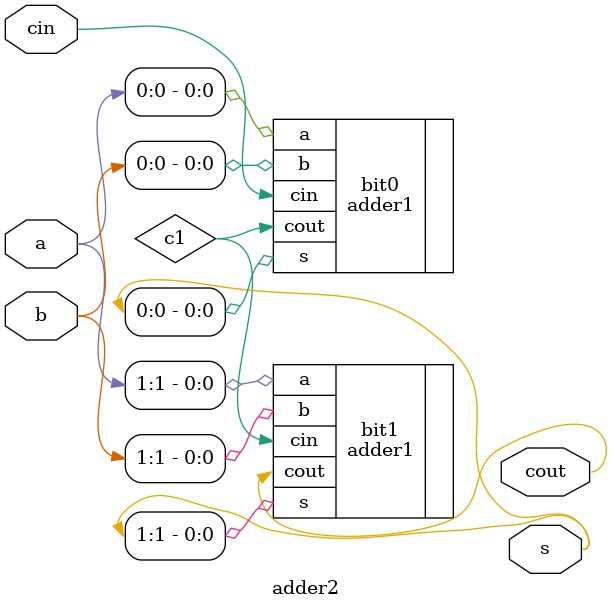
<source format=sv>
`include "./adder/adder1.sv"

`timescale 1ns/1ps
`default_nettype none

module adder2(a, b, cin, s, cout);

input [1:0] a, b;
input cin;
output logic [1:0] s; // the last or logic
output logic cout;

// Below is "STRUCTURAL" verilog - explicit hardware

// logic initial_carry_bit;
// always_comb initial_carry_bit = 0;

// 1-2 decoders
logic c1;
adder1 bit0(.a(a[0]), .b(b[0]), .cin(cin), .s(s[0]), .cout(c1));
adder1 bit1(.a(a[1]), .b(b[1]), .cin(c1),  .s(s[1]), .cout(cout));

endmodule
</source>
